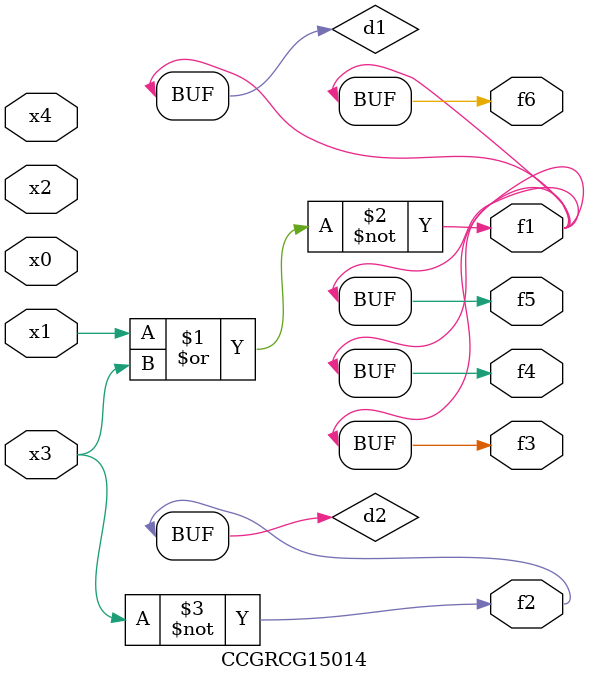
<source format=v>
module CCGRCG15014(
	input x0, x1, x2, x3, x4,
	output f1, f2, f3, f4, f5, f6
);

	wire d1, d2;

	nor (d1, x1, x3);
	not (d2, x3);
	assign f1 = d1;
	assign f2 = d2;
	assign f3 = d1;
	assign f4 = d1;
	assign f5 = d1;
	assign f6 = d1;
endmodule

</source>
